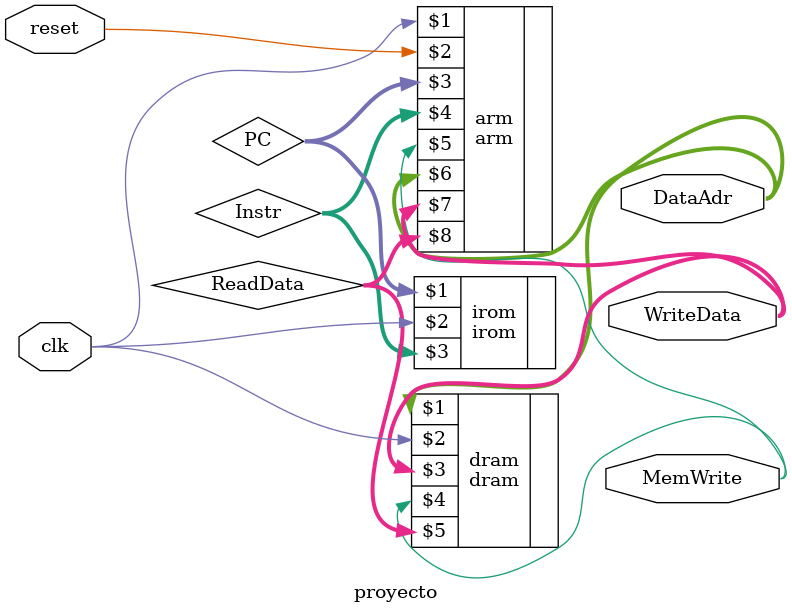
<source format=sv>
module proyecto (
	input  logic        clk, reset,
	output logic [31:0] WriteData, DataAdr,
	output logic        MemWrite
);
	
	logic [31:0] PC, Instr, ReadData;
	
	// Instanciar procesador
	arm arm(clk, reset, PC, Instr, MemWrite, DataAdr, WriteData, ReadData);
	
	// Instanciar Memoria de Instrucciones
	irom irom(PC, clk, Instr);
	
	// Instanciar Memoria de Datos
	dram dram(DataAdr, clk, WriteData, MemWrite, ReadData);
	
endmodule
</source>
